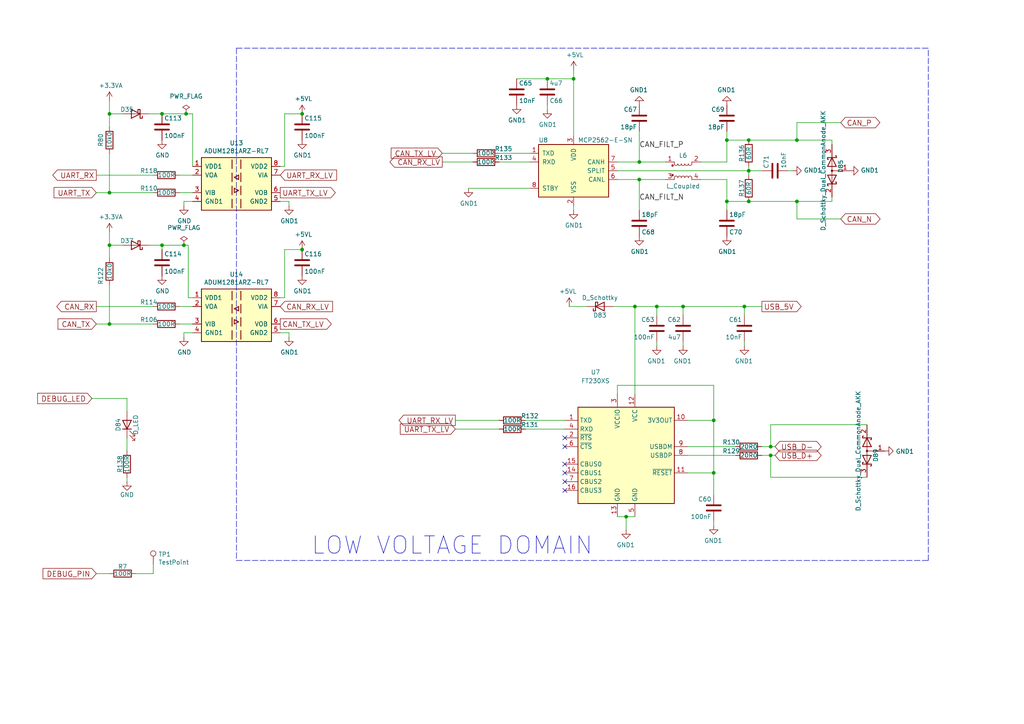
<source format=kicad_sch>
(kicad_sch (version 20211123) (generator eeschema)
  (paper "A4")
  (lib_symbols
    (symbol "Connector:TestPoint" (pin_numbers hide) (pin_names (offset 0.762) hide)
      (property "Reference" "TP" (at 0 6.858 0))
      (property "Value" "TestPoint" (at 0 5.08 0))
      (symbol "TestPoint_0_1"
        (circle (center 0 3.302) (radius 0.762))
      )
      (symbol "TestPoint_1_1"
        (pin passive line (at 0 0 90) (length 2.54) (name "1") (number "1"))
      )
    )
    (symbol "Device:C" (pin_numbers hide) (pin_names (offset 0.254))
      (property "Reference" "C" (at 0.635 2.54 0))
      (property "Value" "C" (at 0.635 -2.54 0))
      (symbol "C_0_1"
        (polyline (pts (xy -2.032 -0.762) (xy 2.032 -0.762)) (stroke (width 0.508)))
        (polyline (pts (xy -2.032 0.762) (xy 2.032 0.762)) (stroke (width 0.508)))
      )
      (symbol "C_1_1"
        (pin passive line (at 0 3.81 270) (length 2.794) (name "~") (number "1"))
        (pin passive line (at 0 -3.81 90) (length 2.794) (name "~") (number "2"))
      )
    )
    (symbol "Device:D_Schottky" (pin_numbers hide) (pin_names (offset 1.016) hide)
      (property "Reference" "D" (at 0 2.54 0))
      (property "Value" "D_Schottky" (at 0 -2.54 0))
      (symbol "D_Schottky_0_1"
        (polyline (pts (xy 1.27 0) (xy -1.27 0)))
        (polyline (pts (xy 1.27 1.27) (xy 1.27 -1.27) (xy -1.27 0) (xy 1.27 1.27)) (stroke (width 0.254)))
        (polyline (pts (xy -1.905 0.635) (xy -1.905 1.27) (xy -1.27 1.27) (xy -1.27 -1.27) (xy -0.635 -1.27) (xy -0.635 -0.635)) (stroke (width 0.254)))
      )
      (symbol "D_Schottky_1_1"
        (pin passive line (at -3.81 0 0) (length 2.54) (name "K") (number "1"))
        (pin passive line (at 3.81 0 180) (length 2.54) (name "A") (number "2"))
      )
    )
    (symbol "Device:D_Schottky_Dual_CommonAnode_AKK" (pin_names (offset 0.762) hide)
      (property "Reference" "D" (at 1.27 -2.54 0))
      (property "Value" "D_Schottky_Dual_CommonAnode_AKK" (at 0 2.54 0))
      (symbol "D_Schottky_Dual_CommonAnode_AKK_0_1"
        (polyline (pts (xy -3.556 0) (xy 3.81 0)))
        (polyline (pts (xy 0 0) (xy 0 -2.54)))
        (polyline (pts (xy -3.81 1.27) (xy -3.81 -1.27) (xy -3.81 -1.27)) (stroke (width 0.254)))
        (polyline (pts (xy 3.81 1.27) (xy 3.81 -1.27) (xy 3.81 -1.27)) (stroke (width 0.254)))
        (polyline (pts (xy -3.81 1.27) (xy -4.318 1.27) (xy -4.318 1.016) (xy -4.318 1.016)) (stroke (width 0.254)))
        (polyline (pts (xy 3.81 -1.27) (xy 4.318 -1.27) (xy 4.318 -1.016) (xy 4.318 -1.016)) (stroke (width 0.254)))
        (polyline (pts (xy 3.81 1.27) (xy 3.302 1.27) (xy 3.302 1.016) (xy 3.302 1.016)) (stroke (width 0.254)))
        (polyline (pts (xy -3.302 -1.016) (xy -3.302 -1.27) (xy -3.81 -1.27) (xy -3.81 -1.27) (xy -3.81 -1.27)) (stroke (width 0.254)))
        (polyline (pts (xy -1.27 -1.27) (xy -3.81 0) (xy -1.27 1.27) (xy -1.27 -1.27) (xy -1.27 -1.27) (xy -1.27 -1.27)) (stroke (width 0.254)))
        (polyline (pts (xy 1.27 1.27) (xy 3.81 0) (xy 1.27 -1.27) (xy 1.27 1.27) (xy 1.27 1.27) (xy 1.27 1.27)) (stroke (width 0.254)))
        (circle (center 0 0) (radius 0.254) (fill (type outline)))
        (pin passive line (at 0 -5.08 90) (length 2.54) (name "A") (number "1"))
        (pin passive line (at -7.62 0 0) (length 3.81) (name "K") (number "2"))
        (pin passive line (at 7.62 0 180) (length 3.81) (name "K") (number "3"))
      )
    )
    (symbol "Device:LED" (pin_numbers hide) (pin_names (offset 1.016) hide)
      (property "Reference" "D" (at 0 2.54 0))
      (property "Value" "LED" (at 0 -2.54 0))
      (symbol "LED_0_1"
        (polyline (pts (xy -1.27 -1.27) (xy -1.27 1.27)) (stroke (width 0.254)))
        (polyline (pts (xy -1.27 0) (xy 1.27 0)))
        (polyline (pts (xy 1.27 -1.27) (xy 1.27 1.27) (xy -1.27 0) (xy 1.27 -1.27)) (stroke (width 0.254)))
        (polyline (pts (xy -3.048 -0.762) (xy -4.572 -2.286) (xy -3.81 -2.286) (xy -4.572 -2.286) (xy -4.572 -1.524)))
        (polyline (pts (xy -1.778 -0.762) (xy -3.302 -2.286) (xy -2.54 -2.286) (xy -3.302 -2.286) (xy -3.302 -1.524)))
      )
      (symbol "LED_1_1"
        (pin passive line (at -3.81 0 0) (length 2.54) (name "K") (number "1"))
        (pin passive line (at 3.81 0 180) (length 2.54) (name "A") (number "2"))
      )
    )
    (symbol "Device:L_Coupled" (pin_names (offset 0.254) hide)
      (property "Reference" "L" (at 0 4.445 0))
      (property "Value" "L_Coupled" (at 0 -4.445 0))
      (symbol "L_Coupled_0_1"
        (circle (center -3.048 -1.27) (radius 0.254) (fill (type outline)))
        (circle (center -3.048 1.524) (radius 0.254) (fill (type outline)))
        (arc (start -2.54 2.032) (mid -2.032 1.524) (end -1.524 2.032))
        (arc (start -1.524 -2.032) (mid -2.032 -1.524) (end -2.54 -2.032))
        (arc (start -1.524 2.032) (mid -1.016 1.524) (end -0.508 2.032))
        (arc (start -0.508 -2.032) (mid -1.016 -1.524) (end -1.524 -2.032))
        (arc (start -0.508 2.032) (mid 0 1.524) (end 0.508 2.032))
        (polyline (pts (xy -2.54 -2.032) (xy -2.54 -2.54)))
        (polyline (pts (xy -2.54 2.032) (xy -2.54 2.54)))
        (polyline (pts (xy 2.54 -2.032) (xy 2.54 -2.54)))
        (polyline (pts (xy 2.54 2.54) (xy 2.54 2.032)))
        (arc (start 0.508 -2.032) (mid 0 -1.524) (end -0.508 -2.032))
        (arc (start 0.508 2.032) (mid 1.016 1.524) (end 1.524 2.032))
        (arc (start 1.524 -2.032) (mid 1.016 -1.524) (end 0.508 -2.032))
        (arc (start 1.524 2.032) (mid 2.032 1.524) (end 2.54 2.032))
        (arc (start 2.54 -2.032) (mid 2.032 -1.524) (end 1.524 -2.032))
      )
      (symbol "L_Coupled_1_1"
        (pin passive line (at -5.08 2.54 0) (length 2.54) (name "1") (number "1"))
        (pin passive line (at 5.08 2.54 180) (length 2.54) (name "2") (number "2"))
        (pin passive line (at -5.08 -2.54 0) (length 2.54) (name "3") (number "3"))
        (pin passive line (at 5.08 -2.54 180) (length 2.54) (name "4") (number "4"))
      )
    )
    (symbol "Device:R" (pin_numbers hide) (pin_names (offset 0))
      (property "Reference" "R" (at 2.032 0 90))
      (property "Value" "R" (at 0 0 90))
      (symbol "R_0_1"
        (rectangle (start -1.016 -2.54) (end 1.016 2.54) (stroke (width 0.254)))
      )
      (symbol "R_1_1"
        (pin passive line (at 0 3.81 270) (length 1.27) (name "~") (number "1"))
        (pin passive line (at 0 -3.81 90) (length 1.27) (name "~") (number "2"))
      )
    )
    (symbol "Interface_CAN_LIN:MCP2561-E-SN" (pin_names (offset 1.016))
      (property "Reference" "U" (at -10.16 8.89 0))
      (property "Value" "MCP2561-E-SN" (at 2.54 8.89 0))
      (symbol "MCP2561-E-SN_0_1"
        (rectangle (start -10.16 7.62) (end 10.16 -7.62) (stroke (width 0.254)) (fill (type background)))
      )
      (symbol "MCP2561-E-SN_1_1"
        (pin input line (at -12.7 5.08 0) (length 2.54) (name "TXD") (number "1"))
        (pin power_in line (at 0 -10.16 90) (length 2.54) (name "VSS") (number "2"))
        (pin power_in line (at 0 10.16 270) (length 2.54) (name "VDD") (number "3"))
        (pin output line (at -12.7 2.54 0) (length 2.54) (name "RXD") (number "4"))
        (pin passive line (at 12.7 0 180) (length 2.54) (name "SPLIT") (number "5"))
        (pin bidirectional line (at 12.7 -2.54 180) (length 2.54) (name "CANL") (number "6"))
        (pin bidirectional line (at 12.7 2.54 180) (length 2.54) (name "CANH") (number "7"))
        (pin input line (at -12.7 -5.08 0) (length 2.54) (name "STBY") (number "8"))
      )
    )
    (symbol "Interface_USB:FT230XS"
      (property "Reference" "U" (at -13.97 15.24 0))
      (property "Value" "FT230XS" (at 7.62 15.24 0))
      (symbol "FT230XS_0_1"
        (rectangle (start -13.97 13.97) (end 13.97 -13.97) (stroke (width 0.254)) (fill (type background)))
      )
      (symbol "FT230XS_1_1"
        (pin output line (at 17.78 10.16 180) (length 3.81) (name "TXD") (number "1"))
        (pin power_out line (at -17.78 10.16 0) (length 3.81) (name "3V3OUT") (number "10"))
        (pin input line (at -17.78 -5.08 0) (length 3.81) (name "~{RESET}") (number "11"))
        (pin power_in line (at -2.54 17.78 270) (length 3.81) (name "VCC") (number "12"))
        (pin power_in line (at 2.54 -17.78 90) (length 3.81) (name "GND") (number "13"))
        (pin bidirectional line (at 17.78 -5.08 180) (length 3.81) (name "CBUS1") (number "14"))
        (pin bidirectional line (at 17.78 -2.54 180) (length 3.81) (name "CBUS0") (number "15"))
        (pin bidirectional line (at 17.78 -10.16 180) (length 3.81) (name "CBUS3") (number "16"))
        (pin output line (at 17.78 5.08 180) (length 3.81) (name "~{RTS}") (number "2"))
        (pin power_in line (at 2.54 17.78 270) (length 3.81) (name "VCCIO") (number "3"))
        (pin input line (at 17.78 7.62 180) (length 3.81) (name "RXD") (number "4"))
        (pin power_in line (at -2.54 -17.78 90) (length 3.81) (name "GND") (number "5"))
        (pin input line (at 17.78 2.54 180) (length 3.81) (name "~{CTS}") (number "6"))
        (pin bidirectional line (at 17.78 -7.62 180) (length 3.81) (name "CBUS2") (number "7"))
        (pin bidirectional line (at -17.78 0 0) (length 3.81) (name "USBDP") (number "8"))
        (pin bidirectional line (at -17.78 2.54 0) (length 3.81) (name "USBDM") (number "9"))
      )
    )
    (symbol "Isolator:ADuM1201WS" (pin_names (offset 1.016))
      (property "Reference" "U" (at -10.16 8.89 0))
      (property "Value" "ADuM1201WS" (at -2.032 8.89 0))
      (symbol "ADuM1201WS_0_1"
        (rectangle (start -10.16 7.62) (end 10.16 -7.62) (stroke (width 0.254)) (fill (type background)))
        (polyline (pts (xy -1.27 -4.445) (xy -1.27 -6.985)) (stroke (width 0.254)))
        (polyline (pts (xy -1.27 -0.635) (xy -1.27 -3.175)) (stroke (width 0.254)))
        (polyline (pts (xy -1.27 3.175) (xy -1.27 0.635)) (stroke (width 0.254)))
        (polyline (pts (xy -1.27 6.985) (xy -1.27 4.445)) (stroke (width 0.254)))
        (polyline (pts (xy 1.27 -4.445) (xy 1.27 -6.985)) (stroke (width 0.254)))
        (polyline (pts (xy 1.27 -0.635) (xy 1.27 -3.175)) (stroke (width 0.254)))
        (polyline (pts (xy 1.27 3.175) (xy 1.27 0.635)) (stroke (width 0.254)))
        (polyline (pts (xy 1.27 6.985) (xy 1.27 4.445)) (stroke (width 0.254)))
        (polyline (pts (xy -0.635 -1.27) (xy -0.635 -2.54) (xy 0.635 -1.905) (xy -0.635 -1.27)) (stroke (width 0.254)))
        (polyline (pts (xy 0.635 2.54) (xy 0.635 1.27) (xy -0.635 1.905) (xy 0.635 2.54)) (stroke (width 0.254)))
      )
      (symbol "ADuM1201WS_1_1"
        (pin power_in line (at -12.7 5.08 0) (length 2.54) (name "VDD1") (number "1"))
        (pin output line (at -12.7 2.54 0) (length 2.54) (name "VOA") (number "2"))
        (pin input line (at -12.7 -2.54 0) (length 2.54) (name "VIB") (number "3"))
        (pin power_in line (at -12.7 -5.08 0) (length 2.54) (name "GND1") (number "4"))
        (pin power_in line (at 12.7 -5.08 180) (length 2.54) (name "GND2") (number "5"))
        (pin output line (at 12.7 -2.54 180) (length 2.54) (name "VOB") (number "6"))
        (pin input line (at 12.7 2.54 180) (length 2.54) (name "VIA") (number "7"))
        (pin power_in line (at 12.7 5.08 180) (length 2.54) (name "VDD2") (number "8"))
      )
    )
    (symbol "power:+3.3VA" (power) (pin_names (offset 0))
      (property "Value" "+3.3VA" (at 0 3.556 0))
      (symbol "+3.3VA_0_1"
        (polyline (pts (xy -0.762 1.27) (xy 0 2.54)))
        (polyline (pts (xy 0 0) (xy 0 2.54)))
        (polyline (pts (xy 0 2.54) (xy 0.762 1.27)))
      )
      (symbol "+3.3VA_1_1"
        (pin power_in line (at 0 0 90) (length 0) hide (name "+3.3VA") (number "1"))
      )
    )
    (symbol "power:+5VL" (power) (pin_names (offset 0))
      (property "Value" "+5VL" (at 0 3.556 0))
      (symbol "+5VL_0_1"
        (polyline (pts (xy -0.762 1.27) (xy 0 2.54)))
        (polyline (pts (xy 0 0) (xy 0 2.54)))
        (polyline (pts (xy 0 2.54) (xy 0.762 1.27)))
      )
      (symbol "+5VL_1_1"
        (pin power_in line (at 0 0 90) (length 0) hide (name "+5VL") (number "1"))
      )
    )
    (symbol "power:GND" (power) (pin_names (offset 0))
      (property "Value" "GND" (at 0 -3.81 0))
      (symbol "GND_0_1"
        (polyline (pts (xy 0 0) (xy 0 -1.27) (xy 1.27 -1.27) (xy 0 -2.54) (xy -1.27 -1.27) (xy 0 -1.27)))
      )
      (symbol "GND_1_1"
        (pin power_in line (at 0 0 270) (length 0) hide (name "GND") (number "1"))
      )
    )
    (symbol "power:GND1" (power) (pin_names (offset 0))
      (property "Value" "GND1" (at 0 -3.81 0))
      (symbol "GND1_0_1"
        (polyline (pts (xy 0 0) (xy 0 -1.27) (xy 1.27 -1.27) (xy 0 -2.54) (xy -1.27 -1.27) (xy 0 -1.27)))
      )
      (symbol "GND1_1_1"
        (pin power_in line (at 0 0 270) (length 0) hide (name "GND1") (number "1"))
      )
    )
    (symbol "power:PWR_FLAG" (power) (pin_numbers hide) (pin_names (offset 0) hide)
      (property "Value" "PWR_FLAG" (at 0 3.81 0))
      (symbol "PWR_FLAG_0_0"
        (pin power_out line (at 0 0 90) (length 0) (name "pwr") (number "1"))
      )
      (symbol "PWR_FLAG_0_1"
        (polyline (pts (xy 0 0) (xy 0 1.27) (xy -1.016 1.905) (xy 0 2.54) (xy 1.016 1.905) (xy 0 1.27)))
      )
    )
  )
  (junction (at 207.01 121.92))
  (junction (at 223.52 129.54))
  (junction (at 210.82 40.64))
  (junction (at 198.12 88.9))
  (junction (at 190.5 88.9))
  (junction (at 31.75 93.98))
  (junction (at 31.75 71.12))
  (junction (at 231.14 58.42))
  (junction (at 185.42 52.07))
  (junction (at 217.17 49.53))
  (junction (at 31.75 33.02))
  (junction (at 46.99 33.02))
  (junction (at 166.37 22.86))
  (junction (at 217.17 40.64))
  (junction (at 53.975 33.02))
  (junction (at 87.63 72.39))
  (junction (at 46.99 71.12))
  (junction (at 53.34 71.12))
  (junction (at 158.75 22.86))
  (junction (at 210.82 58.42))
  (junction (at 217.17 58.42))
  (junction (at 207.01 137.16))
  (junction (at 185.42 46.99))
  (junction (at 231.14 40.64))
  (junction (at 215.9 88.9))
  (junction (at 223.52 132.08))
  (junction (at 87.63 33.02))
  (junction (at 181.61 149.86))
  (junction (at 184.15 88.9))
  (junction (at 31.75 55.88))
  (no_connect (at 163.83 134.62))
  (no_connect (at 163.83 142.24))
  (no_connect (at 163.83 129.54))
  (no_connect (at 163.83 127))
  (no_connect (at 163.83 137.16))
  (no_connect (at 163.83 139.7))
  (wire (pts (xy 179.07 49.53) (xy 217.17 49.53)))
  (wire (pts (xy 87.63 72.39) (xy 82.55 72.39)))
  (wire (pts (xy 83.82 96.52) (xy 81.28 96.52)))
  (wire (pts (xy 215.9 100.33) (xy 215.9 99.06)))
  (wire (pts (xy 163.83 121.92) (xy 152.4 121.92)))
  (wire (pts (xy 31.75 71.12) (xy 31.75 74.93)))
  (wire (pts (xy 53.975 33.02) (xy 55.88 33.02)))
  (wire (pts (xy 137.16 46.99) (xy 128.27 46.99)))
  (wire (pts (xy 165.1 88.9) (xy 170.18 88.9)))
  (wire (pts (xy 217.17 48.26) (xy 217.17 49.53)))
  (wire (pts (xy 44.45 166.37) (xy 39.37 166.37)))
  (wire (pts (xy 153.67 44.45) (xy 144.78 44.45)))
  (wire (pts (xy 190.5 100.33) (xy 190.5 99.06)))
  (wire (pts (xy 185.42 52.07) (xy 185.42 60.96)))
  (wire (pts (xy 179.07 114.3) (xy 179.07 111.76)))
  (wire (pts (xy 144.78 46.99) (xy 153.67 46.99)))
  (wire (pts (xy 185.42 46.99) (xy 185.42 38.1)))
  (polyline (pts (xy 269.24 162.56) (xy 269.24 13.97)))
  (wire (pts (xy 53.34 58.42) (xy 55.88 58.42)))
  (wire (pts (xy 184.15 149.86) (xy 181.61 149.86)))
  (wire (pts (xy 215.9 91.44) (xy 215.9 88.9)))
  (wire (pts (xy 55.88 86.36) (xy 54.61 86.36)))
  (wire (pts (xy 53.34 59.69) (xy 53.34 58.42)))
  (wire (pts (xy 207.01 111.76) (xy 207.01 121.92)))
  (wire (pts (xy 220.98 49.53) (xy 217.17 49.53)))
  (wire (pts (xy 52.07 93.98) (xy 55.88 93.98)))
  (wire (pts (xy 210.82 46.99) (xy 203.2 46.99)))
  (wire (pts (xy 52.07 50.8) (xy 55.88 50.8)))
  (wire (pts (xy 31.75 44.45) (xy 31.75 55.88)))
  (wire (pts (xy 53.34 96.52) (xy 55.88 96.52)))
  (wire (pts (xy 166.37 22.86) (xy 166.37 39.37)))
  (wire (pts (xy 224.79 132.08) (xy 223.52 132.08)))
  (wire (pts (xy 128.27 44.45) (xy 137.16 44.45)))
  (wire (pts (xy 43.18 33.02) (xy 46.99 33.02)))
  (wire (pts (xy 231.14 40.64) (xy 241.3 40.64)))
  (wire (pts (xy 241.3 40.64) (xy 241.3 41.91)))
  (wire (pts (xy 31.75 33.02) (xy 31.75 36.83)))
  (wire (pts (xy 223.52 132.08) (xy 220.98 132.08)))
  (wire (pts (xy 198.12 91.44) (xy 198.12 88.9)))
  (wire (pts (xy 207.01 137.16) (xy 207.01 143.51)))
  (wire (pts (xy 223.52 129.54) (xy 224.79 129.54)))
  (wire (pts (xy 31.75 55.88) (xy 27.94 55.88)))
  (wire (pts (xy 179.07 149.86) (xy 181.61 149.86)))
  (wire (pts (xy 210.82 38.1) (xy 210.82 40.64)))
  (wire (pts (xy 55.88 55.88) (xy 52.07 55.88)))
  (wire (pts (xy 166.37 60.96) (xy 166.37 59.69)))
  (wire (pts (xy 53.34 71.12) (xy 54.61 71.12)))
  (wire (pts (xy 36.83 119.38) (xy 36.83 115.57)))
  (wire (pts (xy 231.14 58.42) (xy 241.3 58.42)))
  (wire (pts (xy 203.2 52.07) (xy 210.82 52.07)))
  (wire (pts (xy 223.52 138.43) (xy 223.52 132.08)))
  (wire (pts (xy 87.63 33.02) (xy 82.55 33.02)))
  (wire (pts (xy 207.01 121.92) (xy 199.39 121.92)))
  (wire (pts (xy 198.12 88.9) (xy 190.5 88.9)))
  (wire (pts (xy 54.61 86.36) (xy 54.61 71.12)))
  (polyline (pts (xy 68.58 13.97) (xy 269.24 13.97)))
  (wire (pts (xy 166.37 20.32) (xy 166.37 22.86)))
  (wire (pts (xy 44.45 88.9) (xy 27.94 88.9)))
  (wire (pts (xy 223.52 123.19) (xy 251.46 123.19)))
  (wire (pts (xy 231.14 63.5) (xy 231.14 58.42)))
  (wire (pts (xy 31.75 82.55) (xy 31.75 93.98)))
  (wire (pts (xy 217.17 58.42) (xy 231.14 58.42)))
  (wire (pts (xy 243.84 35.56) (xy 231.14 35.56)))
  (wire (pts (xy 53.34 97.79) (xy 53.34 96.52)))
  (wire (pts (xy 153.67 54.61) (xy 135.89 54.61)))
  (wire (pts (xy 36.83 115.57) (xy 26.67 115.57)))
  (wire (pts (xy 210.82 40.64) (xy 217.17 40.64)))
  (wire (pts (xy 158.75 22.86) (xy 166.37 22.86)))
  (wire (pts (xy 43.18 71.12) (xy 46.99 71.12)))
  (wire (pts (xy 217.17 49.53) (xy 217.17 50.8)))
  (wire (pts (xy 210.82 58.42) (xy 217.17 58.42)))
  (wire (pts (xy 149.86 22.86) (xy 158.75 22.86)))
  (wire (pts (xy 83.82 58.42) (xy 81.28 58.42)))
  (wire (pts (xy 44.45 93.98) (xy 31.75 93.98)))
  (wire (pts (xy 198.12 100.33) (xy 198.12 99.06)))
  (wire (pts (xy 31.75 67.31) (xy 31.75 71.12)))
  (wire (pts (xy 229.87 49.53) (xy 228.6 49.53)))
  (wire (pts (xy 55.88 88.9) (xy 52.07 88.9)))
  (wire (pts (xy 213.36 132.08) (xy 199.39 132.08)))
  (wire (pts (xy 36.83 130.81) (xy 36.83 127)))
  (wire (pts (xy 223.52 129.54) (xy 223.52 123.19)))
  (wire (pts (xy 83.82 97.79) (xy 83.82 96.52)))
  (wire (pts (xy 82.55 33.02) (xy 82.55 48.26)))
  (wire (pts (xy 185.42 52.07) (xy 193.04 52.07)))
  (wire (pts (xy 199.39 129.54) (xy 213.36 129.54)))
  (wire (pts (xy 35.56 71.12) (xy 31.75 71.12)))
  (wire (pts (xy 215.9 88.9) (xy 198.12 88.9)))
  (wire (pts (xy 190.5 91.44) (xy 190.5 88.9)))
  (wire (pts (xy 46.99 71.12) (xy 53.34 71.12)))
  (wire (pts (xy 132.08 121.92) (xy 144.78 121.92)))
  (wire (pts (xy 207.01 137.16) (xy 199.39 137.16)))
  (wire (pts (xy 36.83 139.7) (xy 36.83 138.43)))
  (wire (pts (xy 82.55 48.26) (xy 81.28 48.26)))
  (wire (pts (xy 31.75 93.98) (xy 27.94 93.98)))
  (wire (pts (xy 190.5 88.9) (xy 184.15 88.9)))
  (wire (pts (xy 82.55 86.36) (xy 81.28 86.36)))
  (wire (pts (xy 83.82 59.69) (xy 83.82 58.42)))
  (wire (pts (xy 82.55 72.39) (xy 82.55 86.36)))
  (wire (pts (xy 210.82 40.64) (xy 210.82 46.99)))
  (wire (pts (xy 27.94 50.8) (xy 44.45 50.8)))
  (wire (pts (xy 158.75 31.75) (xy 158.75 30.48)))
  (wire (pts (xy 31.75 29.21) (xy 31.75 33.02)))
  (wire (pts (xy 46.99 71.12) (xy 46.99 72.39)))
  (wire (pts (xy 152.4 124.46) (xy 163.83 124.46)))
  (wire (pts (xy 31.75 166.37) (xy 27.94 166.37)))
  (polyline (pts (xy 68.58 162.56) (xy 269.24 162.56)))
  (wire (pts (xy 144.78 124.46) (xy 132.08 124.46)))
  (wire (pts (xy 243.84 63.5) (xy 231.14 63.5)))
  (wire (pts (xy 179.07 46.99) (xy 185.42 46.99)))
  (wire (pts (xy 207.01 152.4) (xy 207.01 151.13)))
  (wire (pts (xy 241.3 58.42) (xy 241.3 57.15)))
  (wire (pts (xy 220.98 88.9) (xy 215.9 88.9)))
  (wire (pts (xy 44.45 163.83) (xy 44.45 166.37)))
  (wire (pts (xy 207.01 121.92) (xy 207.01 137.16)))
  (wire (pts (xy 46.99 33.02) (xy 53.975 33.02)))
  (wire (pts (xy 185.42 46.99) (xy 193.04 46.99)))
  (wire (pts (xy 207.01 111.76) (xy 179.07 111.76)))
  (polyline (pts (xy 68.58 13.97) (xy 68.58 162.56)))
  (wire (pts (xy 44.45 55.88) (xy 31.75 55.88)))
  (wire (pts (xy 184.15 88.9) (xy 177.8 88.9)))
  (wire (pts (xy 35.56 33.02) (xy 31.75 33.02)))
  (wire (pts (xy 179.07 52.07) (xy 185.42 52.07)))
  (wire (pts (xy 217.17 40.64) (xy 231.14 40.64)))
  (wire (pts (xy 231.14 35.56) (xy 231.14 40.64)))
  (wire (pts (xy 251.46 138.43) (xy 223.52 138.43)))
  (wire (pts (xy 210.82 58.42) (xy 210.82 60.96)))
  (wire (pts (xy 220.98 129.54) (xy 223.52 129.54)))
  (wire (pts (xy 181.61 149.86) (xy 181.61 153.67)))
  (wire (pts (xy 184.15 88.9) (xy 184.15 114.3)))
  (wire (pts (xy 55.88 33.02) (xy 55.88 48.26)))
  (wire (pts (xy 210.82 52.07) (xy 210.82 58.42)))
  (text "LOW VOLTAGE DOMAIN" (at 90.17 161.29 0) (effects (font (size 5.0038 5.0038)) (justify left bottom)))
  (label "CAN_FILT_P" (at 185.42 43.18 0) (effects (font (size 1.524 1.524))))
  (label "CAN_FILT_N" (at 185.42 58.42 0) (effects (font (size 1.524 1.524))))
  (global_label "USB_D-" (shape bidirectional) (at 224.79 129.54 0) (effects (font (size 1.524 1.524))) (property "Intersheet References" "${INTERSHEET_REFS}" (effects hide)))
  (global_label "CAN_N" (shape bidirectional) (at 243.84 63.5 0) (effects (font (size 1.524 1.524))) (property "Intersheet References" "${INTERSHEET_REFS}" (effects hide)))
  (global_label "DEBUG_PIN" (shape input) (at 27.94 166.37 180) (effects (font (size 1.524 1.524))) (property "Intersheet References" "${INTERSHEET_REFS}" (effects hide)))
  (global_label "UART_TX_LV" (shape output) (at 81.28 55.88 0) (effects (font (size 1.524 1.524))) (property "Intersheet References" "${INTERSHEET_REFS}" (effects hide)))
  (global_label "DEBUG_LED" (shape input) (at 26.67 115.57 180) (effects (font (size 1.524 1.524))) (property "Intersheet References" "${INTERSHEET_REFS}" (effects hide)))
  (global_label "CAN_RX_LV" (shape output) (at 128.27 46.99 180) (effects (font (size 1.524 1.524))) (property "Intersheet References" "${INTERSHEET_REFS}" (effects hide)))
  (global_label "USB_D+" (shape bidirectional) (at 224.79 132.08 0) (effects (font (size 1.524 1.524))) (property "Intersheet References" "${INTERSHEET_REFS}" (effects hide)))
  (global_label "USB_5V" (shape output) (at 220.98 88.9 0) (effects (font (size 1.524 1.524))) (property "Intersheet References" "${INTERSHEET_REFS}" (effects hide)))
  (global_label "CAN_TX_LV" (shape output) (at 81.28 93.98 0) (effects (font (size 1.524 1.524))) (property "Intersheet References" "${INTERSHEET_REFS}" (effects hide)))
  (global_label "UART_RX" (shape output) (at 27.94 50.8 180) (effects (font (size 1.524 1.524))) (property "Intersheet References" "${INTERSHEET_REFS}" (effects hide)))
  (global_label "CAN_RX" (shape output) (at 27.94 88.9 180) (effects (font (size 1.524 1.524))) (property "Intersheet References" "${INTERSHEET_REFS}" (effects hide)))
  (global_label "UART_TX" (shape input) (at 27.94 55.88 180) (effects (font (size 1.524 1.524))) (property "Intersheet References" "${INTERSHEET_REFS}" (effects hide)))
  (global_label "UART_RX_LV" (shape input) (at 81.28 50.8 0) (effects (font (size 1.524 1.524))) (property "Intersheet References" "${INTERSHEET_REFS}" (effects hide)))
  (global_label "CAN_P" (shape bidirectional) (at 243.84 35.56 0) (effects (font (size 1.524 1.524))) (property "Intersheet References" "${INTERSHEET_REFS}" (effects hide)))
  (global_label "CAN_TX" (shape input) (at 27.94 93.98 180) (effects (font (size 1.524 1.524))) (property "Intersheet References" "${INTERSHEET_REFS}" (effects hide)))
  (global_label "CAN_RX_LV" (shape input) (at 81.28 88.9 0) (effects (font (size 1.524 1.524))) (property "Intersheet References" "${INTERSHEET_REFS}" (effects hide)))
  (global_label "CAN_TX_LV" (shape input) (at 128.27 44.45 180) (effects (font (size 1.524 1.524))) (property "Intersheet References" "${INTERSHEET_REFS}" (effects hide)))
  (global_label "UART_RX_LV" (shape output) (at 132.08 121.92 180) (effects (font (size 1.524 1.524))) (property "Intersheet References" "${INTERSHEET_REFS}" (effects hide)))
  (global_label "UART_TX_LV" (shape input) (at 132.08 124.46 180) (effects (font (size 1.524 1.524))) (property "Intersheet References" "${INTERSHEET_REFS}" (effects hide)))
  (symbol (lib_id "Device:R") (at 140.97 44.45 270) (unit 1)
    (property "Reference" "R135" (at 146.05 43.18 90))
    (property "Value" "100R" (at 140.97 44.45 90))
    (property "Footprint" "Resistor_SMD:R_0603_1608Metric" (effects hide))
    (property "MPN" "AC0603FR-07100RL" (effects hide))
    (property "populate" "y" (effects hide))
    (property "Part Number" "AC0603FR-07100RL" (effects hide))
    (property "Digikey_PN" "YAG3561CT-ND" (effects hide))
  )
  (symbol (lib_id "Device:R") (at 140.97 46.99 270) (unit 1)
    (property "Reference" "R133" (at 146.05 45.72 90))
    (property "Value" "100R" (at 140.97 46.99 90))
    (property "Footprint" "Resistor_SMD:R_0603_1608Metric" (effects hide))
    (property "MPN" "AC0603FR-07100RL" (effects hide))
    (property "populate" "y" (effects hide))
    (property "Part Number" "AC0603FR-07100RL" (effects hide))
    (property "Digikey_PN" "YAG3561CT-ND" (effects hide))
  )
  (symbol (lib_id "Device:R") (at 217.17 44.45 180) (unit 1)
    (property "Reference" "R136" (at 215.138 44.45 90))
    (property "Value" "60R" (at 217.17 44.45 90))
    (property "Footprint" "Resistor_SMD:R_2512_6332Metric" (effects hide))
    (property "Datasheet" "https://www.seielect.com/Catalog/SEI-RMCF_RMCP.pdf" (effects hide))
    (property "MPN" "RMCF2512JT62R0" (effects hide))
    (property "populate" "y" (effects hide))
    (property "Part Number" "RMCF2512JT62R0" (effects hide))
    (property "Digikey_PN" "RMCF2512JT62R0CT-ND" (effects hide))
  )
  (symbol (lib_id "Device:R") (at 217.17 54.61 180) (unit 1)
    (property "Reference" "R137" (at 215.138 54.61 90))
    (property "Value" "60R" (at 217.17 54.61 90))
    (property "Footprint" "Resistor_SMD:R_2512_6332Metric" (effects hide))
    (property "Datasheet" "https://www.seielect.com/Catalog/SEI-RMCF_RMCP.pdf" (effects hide))
    (property "MPN" "RMCF2512JT62R0" (effects hide))
    (property "populate" "y" (effects hide))
    (property "Part Number" "RMCF2512JT62R0" (effects hide))
    (property "Digikey_PN" "RMCF2512JT62R0CT-ND" (effects hide))
  )
  (symbol (lib_id "Device:C") (at 215.9 95.25 0) (mirror y) (unit 1)
    (property "Reference" "C61" (at 215.265 92.71 0) (effects (justify left)))
    (property "Value" "10nF" (at 215.265 97.79 0) (effects (justify left)))
    (property "Footprint" "Capacitor_SMD:C_0603_1608Metric" (effects hide))
    (property "MPN" "GCM188R72A103KA37D" (effects hide))
    (property "populate" "y" (effects hide))
    (property "Part Number" "GCM188R72A103KA37D" (effects hide))
    (property "Digikey_PN" "490-4781-1-ND" (effects hide))
  )
  (symbol (lib_id "Device:C") (at 190.5 95.25 0) (mirror y) (unit 1)
    (property "Reference" "C63" (at 189.865 92.71 0) (effects (justify left)))
    (property "Value" "100nF" (at 189.865 97.79 0) (effects (justify left)))
    (property "Footprint" "Capacitor_SMD:C_0603_1608Metric" (effects hide))
    (property "Datasheet" "http://psearch.en.murata.com/capacitor/product/GCM188R71H104KA57%23.pdf" (effects hide))
    (property "MPN" "GCM188R71H104KA57D" (effects hide))
    (property "populate" "y" (effects hide))
    (property "Part Number" "GCM188R71H104KA57D" (effects hide))
    (property "Digikey_PN" "490-4779-1-ND" (effects hide))
  )
  (symbol (lib_id "Device:C") (at 198.12 95.25 0) (mirror y) (unit 1)
    (property "Reference" "C62" (at 197.485 92.71 0) (effects (justify left)))
    (property "Value" "4u7" (at 197.485 97.79 0) (effects (justify left)))
    (property "Footprint" "Capacitor_SMD:C_1206_3216Metric" (effects hide))
    (property "Datasheet" "https://product.tdk.com/info/en/catalog/datasheets/mlcc_automotive_soft_en.pdf" (effects hide))
    (property "MPN" "CGA5L3X7R1H475K160AE" (effects hide))
    (property "populate" "y" (effects hide))
    (property "Part Number" "CGA5L3X7R1H475K160AE" (effects hide))
    (property "Digikey_PN" "445-172481-1-ND" (effects hide))
  )
  (symbol (lib_id "Device:D_Schottky") (at 173.99 88.9 0) (mirror x) (unit 1)
    (property "Reference" "D83" (at 173.99 91.44 0))
    (property "Value" "D_Schottky" (at 173.99 86.36 0))
    (property "Footprint" "Diode_SMD:D_SMA" (effects hide))
    (property "Datasheet" "https://www.st.com/content/ccc/resource/technical/document/datasheet/c8/2f/54/15/4c/14/44/bb/CD00003321.pdf/files/CD00003321.pdf/jcr:content/translations/en.CD00003321.pdf" (effects hide))
    (property "MPN" "STPS1150A" (effects hide))
    (property "populate" "y" (effects hide))
    (property "Part Number" "STPS1150A" (effects hide))
    (property "Digikey_PN" "497-7545-1-ND" (effects hide))
  )
  (symbol (lib_id "Device:C") (at 149.86 26.67 0) (unit 1)
    (property "Reference" "C65" (at 150.495 24.13 0) (effects (justify left)))
    (property "Value" "10nF" (at 150.495 29.21 0) (effects (justify left)))
    (property "Footprint" "Capacitor_SMD:C_0603_1608Metric" (effects hide))
    (property "MPN" "GCM188R72A103KA37D" (effects hide))
    (property "populate" "y" (effects hide))
    (property "Part Number" "GCM188R72A103KA37D" (effects hide))
    (property "Digikey_PN" "490-4781-1-ND" (effects hide))
  )
  (symbol (lib_id "Device:C") (at 207.01 147.32 0) (mirror y) (unit 1)
    (property "Reference" "C60" (at 206.375 144.78 0) (effects (justify left)))
    (property "Value" "100nF" (at 206.375 149.86 0) (effects (justify left)))
    (property "Footprint" "Capacitor_SMD:C_0603_1608Metric" (effects hide))
    (property "Datasheet" "http://psearch.en.murata.com/capacitor/product/GCM188R71H104KA57%23.pdf" (effects hide))
    (property "MPN" "GCM188R71H104KA57D" (effects hide))
    (property "populate" "y" (effects hide))
    (property "Part Number" "GCM188R71H104KA57D" (effects hide))
    (property "Digikey_PN" "490-4779-1-ND" (effects hide))
  )
  (symbol (lib_id "Device:LED") (at 36.83 123.19 90) (unit 1)
    (property "Reference" "D84" (at 34.29 123.19 0))
    (property "Value" "D_LED" (at 39.37 123.19 0))
    (property "Footprint" "Diode_SMD:D_0603_1608Metric" (effects hide))
    (property "Datasheet" "http://optoelectronics.liteon.com/upload/download/DS22-2000-223/LTST-C191KRKT.PDF" (effects hide))
    (property "MPN" "LTST-C191KRKT" (effects hide))
    (property "populate" "y" (effects hide))
    (property "Part Number" "LTST-C191KRKT" (effects hide))
    (property "Digikey_PN" "160-1447-1-ND" (effects hide))
  )
  (symbol (lib_id "Device:R") (at 36.83 134.62 180) (unit 1)
    (property "Reference" "R138" (at 34.798 134.62 90))
    (property "Value" "100R" (at 36.83 134.62 90))
    (property "Footprint" "Resistor_SMD:R_0603_1608Metric" (effects hide))
    (property "MPN" "AC0603FR-07100RL" (effects hide))
    (property "populate" "y" (effects hide))
    (property "Part Number" "AC0603FR-07100RL" (effects hide))
    (property "Digikey_PN" "YAG3561CT-ND" (effects hide))
  )
  (symbol (lib_id "power:GND") (at 36.83 139.7 0) (unit 1)
    (property "Reference" "#PWR058" (effects hide))
    (property "Value" "GND" (at 36.83 143.51 0))
  )
  (symbol (lib_id "Device:C") (at 224.79 49.53 90) (unit 1)
    (property "Reference" "C71" (at 222.25 48.895 0) (effects (justify left)))
    (property "Value" "10nF" (at 227.33 48.895 0) (effects (justify left)))
    (property "Footprint" "Capacitor_SMD:C_0603_1608Metric" (effects hide))
    (property "MPN" "GCM188R72A103KA37D" (effects hide))
    (property "populate" "y" (effects hide))
    (property "Part Number" "GCM188R72A103KA37D" (effects hide))
    (property "Digikey_PN" "490-4781-1-ND" (effects hide))
  )
  (symbol (lib_id "Device:R") (at 217.17 129.54 270) (mirror x) (unit 1)
    (property "Reference" "R130" (at 212.09 128.27 90))
    (property "Value" "20R0" (at 217.17 129.54 90))
    (property "Footprint" "Resistor_SMD:R_0603_1608Metric" (effects hide))
    (property "Datasheet" "https://www.seielect.com/catalog/sei-rmcf_rmcp.pdf" (effects hide))
    (property "MPN" "RMCF0603FT20R0" (effects hide))
    (property "populate" "y" (effects hide))
    (property "Part Number" "RMCF0603FT20R0" (effects hide))
    (property "Digikey_PN" "RMCF0603FT20R0CT-ND" (effects hide))
  )
  (symbol (lib_id "Device:R") (at 217.17 132.08 270) (mirror x) (unit 1)
    (property "Reference" "R129" (at 212.09 130.81 90))
    (property "Value" "20R0" (at 217.17 132.08 90))
    (property "Footprint" "Resistor_SMD:R_0603_1608Metric" (effects hide))
    (property "Datasheet" "https://www.seielect.com/catalog/sei-rmcf_rmcp.pdf" (effects hide))
    (property "MPN" "RMCF0603FT20R0" (effects hide))
    (property "populate" "y" (effects hide))
    (property "Part Number" "RMCF0603FT20R0" (effects hide))
    (property "Digikey_PN" "RMCF0603FT20R0CT-ND" (effects hide))
  )
  (symbol (lib_id "Device:L_Coupled") (at 198.12 49.53 0) (unit 1)
    (property "Reference" "L6" (at 198.12 45.085 0))
    (property "Value" "L_Coupled" (at 198.12 53.975 0))
    (property "Footprint" "Footprints:ACT45B" (effects hide))
    (property "Datasheet" "https://en.tdk.eu/inf/30/ds/act45b.pdf" (effects hide))
    (property "MPN" "B82787C0513H002" (effects hide))
    (property "populate" "y" (effects hide))
    (property "Part Number" "B82787C0513H002" (effects hide))
    (property "Digikey_PN" "495-4597-1-ND" (effects hide))
  )
  (symbol (lib_id "Device:C") (at 210.82 34.29 0) (mirror y) (unit 1)
    (property "Reference" "C69" (at 210.185 31.75 0) (effects (justify left)))
    (property "Value" "18pF" (at 210.185 36.83 0) (effects (justify left)))
    (property "Footprint" "Capacitor_SMD:C_0603_1608Metric" (effects hide))
    (property "Datasheet" "https://product.tdk.com/info/en/documents/chara_sheet/CGA3E2C0G1H180J080AA.pdf" (effects hide))
    (property "MPN" "CGA3E2C0G1H180J080AA" (effects hide))
    (property "populate" "y" (effects hide))
    (property "Part Number" "CGA3E2C0G1H180J080AA" (effects hide))
    (property "Digikey_PN" "445-5631-1-ND" (effects hide))
  )
  (symbol (lib_id "Device:C") (at 210.82 64.77 0) (mirror x) (unit 1)
    (property "Reference" "C70" (at 211.455 67.31 0) (effects (justify left)))
    (property "Value" "18pF" (at 211.455 62.23 0) (effects (justify left)))
    (property "Footprint" "Capacitor_SMD:C_0603_1608Metric" (effects hide))
    (property "Datasheet" "https://product.tdk.com/info/en/documents/chara_sheet/CGA3E2C0G1H180J080AA.pdf" (effects hide))
    (property "MPN" "CGA3E2C0G1H180J080AA" (effects hide))
    (property "populate" "y" (effects hide))
    (property "Part Number" "CGA3E2C0G1H180J080AA" (effects hide))
    (property "Digikey_PN" "445-5631-1-ND" (effects hide))
  )
  (symbol (lib_id "Device:C") (at 185.42 64.77 0) (mirror x) (unit 1)
    (property "Reference" "C68" (at 186.055 67.31 0) (effects (justify left)))
    (property "Value" "18pF" (at 186.055 62.23 0) (effects (justify left)))
    (property "Footprint" "Capacitor_SMD:C_0603_1608Metric" (effects hide))
    (property "Datasheet" "https://product.tdk.com/info/en/documents/chara_sheet/CGA3E2C0G1H180J080AA.pdf" (effects hide))
    (property "MPN" "CGA3E2C0G1H180J080AA" (effects hide))
    (property "populate" "y" (effects hide))
    (property "Part Number" "CGA3E2C0G1H180J080AA" (effects hide))
    (property "Digikey_PN" "445-5631-1-ND" (effects hide))
  )
  (symbol (lib_id "Device:C") (at 185.42 34.29 0) (mirror y) (unit 1)
    (property "Reference" "C67" (at 184.785 31.75 0) (effects (justify left)))
    (property "Value" "18pF" (at 184.785 36.83 0) (effects (justify left)))
    (property "Footprint" "Capacitor_SMD:C_0603_1608Metric" (effects hide))
    (property "Datasheet" "https://product.tdk.com/info/en/documents/chara_sheet/CGA3E2C0G1H180J080AA.pdf" (effects hide))
    (property "MPN" "CGA3E2C0G1H180J080AA" (effects hide))
    (property "populate" "y" (effects hide))
    (property "Part Number" "CGA3E2C0G1H180J080AA" (effects hide))
    (property "Digikey_PN" "445-5631-1-ND" (effects hide))
  )
  (symbol (lib_id "Device:D_Schottky_Dual_CommonAnode_AKK") (at 241.3 49.53 90) (unit 1)
    (property "Reference" "D85" (at 243.84 48.26 0))
    (property "Value" "D_Schottky_Dual_CommonAnode_AKK" (at 238.76 49.53 0))
    (property "Footprint" "Footprints:D_SOT-23_ANK" (effects hide))
    (property "Datasheet" "https://media.digikey.com/pdf/Data%20Sheets/ST%20Microelectronics%20PDFS/ESDCAN(01,24)-2BLY,.pdf" (effects hide))
    (property "MPN" "ESDCAN24-2BLY" (effects hide))
    (property "Part Number" "ESDCAN24-2BLY" (effects hide))
    (property "Digikey_PN" "1727-5397-1-ND" (effects hide))
  )
  (symbol (lib_id "Device:R") (at 148.59 121.92 90) (mirror x) (unit 1)
    (property "Reference" "R132" (at 153.67 120.65 90))
    (property "Value" "100R" (at 148.59 121.92 90))
    (property "Footprint" "Resistor_SMD:R_0603_1608Metric" (effects hide))
    (property "MPN" "AC0603FR-07100RL" (effects hide))
    (property "populate" "y" (effects hide))
    (property "Part Number" "AC0603FR-07100RL" (effects hide))
    (property "Digikey_PN" "YAG3561CT-ND" (effects hide))
  )
  (symbol (lib_id "Device:R") (at 148.59 124.46 90) (mirror x) (unit 1)
    (property "Reference" "R131" (at 153.67 123.19 90))
    (property "Value" "100R" (at 148.59 124.46 90))
    (property "Footprint" "Resistor_SMD:R_0603_1608Metric" (effects hide))
    (property "MPN" "AC0603FR-07100RL" (effects hide))
    (property "populate" "y" (effects hide))
    (property "Part Number" "AC0603FR-07100RL" (effects hide))
    (property "Digikey_PN" "YAG3561CT-ND" (effects hide))
  )
  (symbol (lib_id "Device:D_Schottky_Dual_CommonAnode_AKK") (at 251.46 130.81 90) (mirror x) (unit 1)
    (property "Reference" "D89" (at 254 132.08 0))
    (property "Value" "D_Schottky_Dual_CommonAnode_AKK" (at 248.92 130.81 0))
    (property "Footprint" "Footprints:D_SOT-23_ANK" (effects hide))
    (property "Datasheet" "https://media.digikey.com/pdf/Data%20Sheets/ST%20Microelectronics%20PDFS/ESDCAN(01,24)-2BLY,.pdf" (effects hide))
    (property "MPN" "ESDCAN24-2BLY" (effects hide))
    (property "Part Number" "ESDCAN24-2BLY" (effects hide))
    (property "Digikey_PN" "1727-5397-1-ND" (effects hide))
  )
  (symbol (lib_id "Interface_CAN_LIN:MCP2561-E-SN") (at 166.37 49.53 0) (unit 1)
    (property "Reference" "U8" (at 156.21 40.64 0) (effects (justify left)))
    (property "Value" "MCP2562-E-SN" (at 167.64 40.64 0) (effects (justify left)))
    (property "Footprint" "Package_SO:SOIC-8_3.9x4.9mm_P1.27mm" (effects hide))
    (property "Datasheet" "http://ww1.microchip.com/downloads/en/DeviceDoc/25167A.pdf" (effects hide))
    (property "Part Number" "MCP2562-E-SN" (effects hide))
    (property "Digikey_PN" "296-SN65HVDA1040BQDRQ1CT-ND" (effects hide))
  )
  (symbol (lib_id "Connector:TestPoint") (at 44.45 163.83 0) (unit 1)
    (property "Reference" "TP1" (at 45.9232 160.782 0) (effects (justify left)))
    (property "Value" "TestPoint" (at 45.9232 163.0934 0) (effects (justify left)))
    (property "Footprint" "TestPoint:TestPoint_Pad_1.0x1.0mm" (effects hide))
  )
  (symbol (lib_id "Interface_USB:FT230XS") (at 181.61 132.08 0) (mirror y) (unit 1)
    (property "Reference" "U7" (at 172.72 107.95 0))
    (property "Value" "FT230XS" (at 172.72 110.49 0))
    (property "Footprint" "Package_SO:SSOP-16_3.9x4.9mm_P0.635mm" (effects hide))
    (property "Datasheet" "https://www.ftdichip.com/Support/Documents/DataSheets/ICs/DS_FT230X.pdf" (effects hide))
    (property "Part Number" "FT230XS" (effects hide))
  )
  (symbol (lib_id "Isolator:ADuM1201WS") (at 68.58 53.34 0) (unit 1)
    (property "Reference" "U13" (at 68.58 41.4782 0))
    (property "Value" "ADUM1281ARZ-RL7" (at 68.58 43.7896 0))
    (property "Footprint" "Package_SO:SOIC-8_3.9x4.9mm_P1.27mm" (effects hide))
    (property "Datasheet" "https://www.analog.com/media/en/technical-documentation/data-sheets/ADuM1280_1281_1285_1286.pdf" (effects hide))
    (property "Part Number" "ADUM1281ARZ-RL7" (effects hide))
    (property "Digikey_PN" "ADUM1281ARZ-RL7CT-ND" (effects hide))
  )
  (symbol (lib_id "Isolator:ADuM1201WS") (at 68.58 91.44 0) (unit 1)
    (property "Reference" "U14" (at 68.58 79.5782 0))
    (property "Value" "ADUM1281ARZ-RL7" (at 68.58 81.8896 0))
    (property "Footprint" "Package_SO:SOIC-8_3.9x4.9mm_P1.27mm" (effects hide))
    (property "Datasheet" "https://www.analog.com/media/en/technical-documentation/data-sheets/ADuM1280_1281_1285_1286.pdf" (effects hide))
    (property "Part Number" "ADUM1281ARZ-RL7" (effects hide))
    (property "Digikey_PN" "ADUM1281ARZ-RL7CT-ND" (effects hide))
  )
  (symbol (lib_id "power:GND1") (at 166.37 60.96 0) (unit 1)
    (property "Reference" "#PWR0167" (effects hide))
    (property "Value" "GND1" (at 166.497 65.3542 0))
  )
  (symbol (lib_id "power:GND1") (at 185.42 68.58 0) (unit 1)
    (property "Reference" "#PWR0168" (effects hide))
    (property "Value" "GND1" (at 185.547 72.9742 0))
  )
  (symbol (lib_id "power:GND1") (at 210.82 68.58 0) (unit 1)
    (property "Reference" "#PWR0169" (effects hide))
    (property "Value" "GND1" (at 210.947 72.9742 0))
  )
  (symbol (lib_id "power:GND1") (at 210.82 30.48 180) (unit 1)
    (property "Reference" "#PWR0170" (effects hide))
    (property "Value" "GND1" (at 210.693 26.0858 0))
  )
  (symbol (lib_id "power:GND1") (at 185.42 30.48 180) (unit 1)
    (property "Reference" "#PWR0171" (effects hide))
    (property "Value" "GND1" (at 185.293 26.0858 0))
  )
  (symbol (lib_id "power:GND1") (at 229.87 49.53 90) (unit 1)
    (property "Reference" "#PWR0172" (effects hide))
    (property "Value" "GND1" (at 233.1212 49.403 90) (effects (justify right)))
  )
  (symbol (lib_id "power:GND1") (at 246.38 49.53 90) (unit 1)
    (property "Reference" "#PWR0173" (effects hide))
    (property "Value" "GND1" (at 249.6312 49.403 90) (effects (justify right)))
  )
  (symbol (lib_id "power:GND1") (at 181.61 153.67 0) (mirror y) (unit 1)
    (property "Reference" "#PWR0174" (effects hide))
    (property "Value" "GND1" (at 181.483 158.0642 0))
  )
  (symbol (lib_id "power:GND1") (at 207.01 152.4 0) (mirror y) (unit 1)
    (property "Reference" "#PWR0175" (effects hide))
    (property "Value" "GND1" (at 206.883 156.7942 0))
  )
  (symbol (lib_id "power:GND1") (at 215.9 100.33 0) (mirror y) (unit 1)
    (property "Reference" "#PWR0176" (effects hide))
    (property "Value" "GND1" (at 215.773 104.7242 0))
  )
  (symbol (lib_id "power:GND1") (at 198.12 100.33 0) (mirror y) (unit 1)
    (property "Reference" "#PWR0177" (effects hide))
    (property "Value" "GND1" (at 197.993 104.7242 0))
  )
  (symbol (lib_id "power:GND1") (at 190.5 100.33 0) (mirror y) (unit 1)
    (property "Reference" "#PWR0178" (effects hide))
    (property "Value" "GND1" (at 190.373 104.7242 0))
  )
  (symbol (lib_id "power:GND1") (at 256.54 130.81 90) (mirror x) (unit 1)
    (property "Reference" "#PWR0179" (effects hide))
    (property "Value" "GND1" (at 259.7912 130.937 90) (effects (justify right)))
  )
  (symbol (lib_id "power:GND1") (at 135.89 54.61 0) (unit 1)
    (property "Reference" "#PWR0180" (effects hide))
    (property "Value" "GND1" (at 136.017 59.0042 0))
  )
  (symbol (lib_id "Device:R") (at 48.26 50.8 270) (unit 1)
    (property "Reference" "R118" (at 43.18 49.53 90))
    (property "Value" "100R" (at 48.26 50.8 90))
    (property "Footprint" "Resistor_SMD:R_0603_1608Metric" (effects hide))
    (property "MPN" "AC0603FR-07100RL" (effects hide))
    (property "populate" "y" (effects hide))
    (property "Part Number" "AC0603FR-07100RL" (effects hide))
    (property "Digikey_PN" "YAG3561CT-ND" (effects hide))
  )
  (symbol (lib_id "Device:R") (at 48.26 88.9 270) (unit 1)
    (property "Reference" "R114" (at 43.18 87.63 90))
    (property "Value" "100R" (at 48.26 88.9 90))
    (property "Footprint" "Resistor_SMD:R_0603_1608Metric" (effects hide))
    (property "MPN" "AC0603FR-07100RL" (effects hide))
    (property "populate" "y" (effects hide))
    (property "Part Number" "AC0603FR-07100RL" (effects hide))
    (property "Digikey_PN" "YAG3561CT-ND" (effects hide))
  )
  (symbol (lib_id "Device:R") (at 48.26 55.88 270) (unit 1)
    (property "Reference" "R110" (at 43.18 54.61 90))
    (property "Value" "100R" (at 48.26 55.88 90))
    (property "Footprint" "Resistor_SMD:R_0603_1608Metric" (effects hide))
    (property "MPN" "AC0603FR-07100RL" (effects hide))
    (property "populate" "y" (effects hide))
    (property "Part Number" "AC0603FR-07100RL" (effects hide))
    (property "Digikey_PN" "YAG3561CT-ND" (effects hide))
  )
  (symbol (lib_id "Device:R") (at 48.26 93.98 270) (unit 1)
    (property "Reference" "R106" (at 43.18 92.71 90))
    (property "Value" "100R" (at 48.26 93.98 90))
    (property "Footprint" "Resistor_SMD:R_0603_1608Metric" (effects hide))
    (property "MPN" "AC0603FR-07100RL" (effects hide))
    (property "populate" "y" (effects hide))
    (property "Part Number" "AC0603FR-07100RL" (effects hide))
    (property "Digikey_PN" "YAG3561CT-ND" (effects hide))
  )
  (symbol (lib_id "power:GND") (at 53.34 97.79 0) (unit 1)
    (property "Reference" "#PWR0181" (effects hide))
    (property "Value" "GND" (at 53.467 102.1842 0))
  )
  (symbol (lib_id "power:GND") (at 53.34 59.69 0) (unit 1)
    (property "Reference" "#PWR0182" (effects hide))
    (property "Value" "GND" (at 53.467 64.0842 0))
  )
  (symbol (lib_id "power:GND1") (at 83.82 59.69 0) (unit 1)
    (property "Reference" "#PWR0183" (effects hide))
    (property "Value" "GND1" (at 83.947 64.0842 0))
  )
  (symbol (lib_id "power:GND1") (at 83.82 97.79 0) (unit 1)
    (property "Reference" "#PWR0184" (effects hide))
    (property "Value" "GND1" (at 83.947 102.1842 0))
  )
  (symbol (lib_id "Device:C") (at 46.99 36.83 0) (unit 1)
    (property "Reference" "C113" (at 47.625 34.29 0) (effects (justify left)))
    (property "Value" "100nF" (at 47.625 39.37 0) (effects (justify left)))
    (property "Footprint" "Capacitor_SMD:C_0603_1608Metric" (effects hide))
    (property "Datasheet" "http://psearch.en.murata.com/capacitor/product/GCM188R71H104KA57%23.pdf" (effects hide))
    (property "MPN" "GCM188R71H104KA57D" (effects hide))
    (property "populate" "y" (effects hide))
    (property "Part Number" "GCM188R71H104KA57D" (effects hide))
    (property "Digikey_PN" "490-4779-1-ND" (effects hide))
  )
  (symbol (lib_id "power:GND") (at 46.99 40.64 0) (unit 1)
    (property "Reference" "#PWR0185" (effects hide))
    (property "Value" "GND" (at 47.117 45.0342 0))
  )
  (symbol (lib_id "Device:C") (at 46.99 76.2 0) (unit 1)
    (property "Reference" "C114" (at 47.625 73.66 0) (effects (justify left)))
    (property "Value" "100nF" (at 47.625 78.74 0) (effects (justify left)))
    (property "Footprint" "Capacitor_SMD:C_0603_1608Metric" (effects hide))
    (property "Datasheet" "http://psearch.en.murata.com/capacitor/product/GCM188R71H104KA57%23.pdf" (effects hide))
    (property "MPN" "GCM188R71H104KA57D" (effects hide))
    (property "populate" "y" (effects hide))
    (property "Part Number" "GCM188R71H104KA57D" (effects hide))
    (property "Digikey_PN" "490-4779-1-ND" (effects hide))
  )
  (symbol (lib_id "power:GND") (at 46.99 80.01 0) (unit 1)
    (property "Reference" "#PWR0187" (effects hide))
    (property "Value" "GND" (at 47.117 84.4042 0))
  )
  (symbol (lib_id "Device:C") (at 87.63 36.83 0) (unit 1)
    (property "Reference" "C115" (at 88.265 34.29 0) (effects (justify left)))
    (property "Value" "100nF" (at 88.265 39.37 0) (effects (justify left)))
    (property "Footprint" "Capacitor_SMD:C_0603_1608Metric" (effects hide))
    (property "Datasheet" "http://psearch.en.murata.com/capacitor/product/GCM188R71H104KA57%23.pdf" (effects hide))
    (property "MPN" "GCM188R71H104KA57D" (effects hide))
    (property "populate" "y" (effects hide))
    (property "Part Number" "GCM188R71H104KA57D" (effects hide))
    (property "Digikey_PN" "490-4779-1-ND" (effects hide))
  )
  (symbol (lib_id "Device:C") (at 87.63 76.2 0) (unit 1)
    (property "Reference" "C116" (at 88.265 73.66 0) (effects (justify left)))
    (property "Value" "100nF" (at 88.265 78.74 0) (effects (justify left)))
    (property "Footprint" "Capacitor_SMD:C_0603_1608Metric" (effects hide))
    (property "Datasheet" "http://psearch.en.murata.com/capacitor/product/GCM188R71H104KA57%23.pdf" (effects hide))
    (property "MPN" "GCM188R71H104KA57D" (effects hide))
    (property "populate" "y" (effects hide))
    (property "Part Number" "GCM188R71H104KA57D" (effects hide))
    (property "Digikey_PN" "490-4779-1-ND" (effects hide))
  )
  (symbol (lib_id "power:GND1") (at 87.63 80.01 0) (unit 1)
    (property "Reference" "#PWR0188" (effects hide))
    (property "Value" "GND1" (at 87.757 84.4042 0))
  )
  (symbol (lib_id "power:GND1") (at 87.63 40.64 0) (unit 1)
    (property "Reference" "#PWR0189" (effects hide))
    (property "Value" "GND1" (at 87.757 45.0342 0))
  )
  (symbol (lib_id "power:+5VL") (at 87.63 33.02 0) (unit 1)
    (property "Reference" "#PWR0190" (effects hide))
    (property "Value" "+5VL" (at 88.011 28.6258 0))
  )
  (symbol (lib_id "power:+5VL") (at 166.37 20.32 0) (unit 1)
    (property "Reference" "#PWR0191" (effects hide))
    (property "Value" "+5VL" (at 166.751 15.9258 0))
  )
  (symbol (lib_id "power:+5VL") (at 87.63 72.39 0) (unit 1)
    (property "Reference" "#PWR0192" (effects hide))
    (property "Value" "+5VL" (at 88.011 67.9958 0))
  )
  (symbol (lib_id "power:+5VL") (at 165.1 88.9 0) (mirror y) (unit 1)
    (property "Reference" "#PWR0194" (effects hide))
    (property "Value" "+5VL" (at 164.719 84.5058 0))
  )
  (symbol (lib_id "power:GND1") (at 158.75 31.75 0) (unit 1)
    (property "Reference" "#PWR0195" (effects hide))
    (property "Value" "GND1" (at 158.877 36.1442 0))
  )
  (symbol (lib_id "power:GND1") (at 149.86 30.48 0) (unit 1)
    (property "Reference" "#PWR0196" (effects hide))
    (property "Value" "GND1" (at 149.987 34.8742 0))
  )
  (symbol (lib_id "power:+3.3VA") (at 31.75 67.31 0) (unit 1)
    (property "Reference" "#PWR0186" (effects hide))
    (property "Value" "+3.3VA" (at 32.131 62.9158 0))
  )
  (symbol (lib_id "power:+3.3VA") (at 31.75 29.21 0) (unit 1)
    (property "Reference" "#PWR017" (effects hide))
    (property "Value" "+3.3VA" (at 32.131 24.8158 0))
  )
  (symbol (lib_id "Device:C") (at 158.75 26.67 0) (mirror x) (unit 1)
    (property "Reference" "C66" (at 159.385 29.21 0) (effects (justify left)))
    (property "Value" "4u7" (at 159.385 24.13 0) (effects (justify left)))
    (property "Footprint" "Capacitor_SMD:C_1206_3216Metric" (effects hide))
    (property "Datasheet" "https://product.tdk.com/info/en/catalog/datasheets/mlcc_automotive_soft_en.pdf" (effects hide))
    (property "MPN" "CGA5L3X7R1H475K160AE" (effects hide))
    (property "populate" "y" (effects hide))
    (property "Part Number" "CGA5L3X7R1H475K160AE" (effects hide))
    (property "Digikey_PN" "445-172481-1-ND" (effects hide))
  )
  (symbol (lib_id "Device:R") (at 35.56 166.37 90) (unit 1)
    (property "Reference" "R7" (at 35.56 164.338 90))
    (property "Value" "100R" (at 35.56 166.37 90))
    (property "Footprint" "Resistor_SMD:R_0603_1608Metric" (effects hide))
    (property "MPN" "AC0603FR-07100RL" (effects hide))
    (property "populate" "y" (effects hide))
    (property "Part Number" "AC0603FR-07100RL" (effects hide))
    (property "Digikey_PN" "YAG3561CT-ND" (effects hide))
  )
  (symbol (lib_id "Device:R") (at 31.75 40.64 0) (mirror y) (unit 1)
    (property "Reference" "R80" (at 29.21 40.64 90))
    (property "Value" "10k0" (at 31.75 40.64 90))
    (property "Footprint" "Resistor_SMD:R_0603_1608Metric" (effects hide))
    (property "Datasheet" "http://www.yageo.com/NewPortal/yageodocoutput?fileName=/pdf/R-Chip/PYu-AC_51_RoHS_L_6.pdf" (effects hide))
    (property "MPN" "AC0603FR-0710KL" (effects hide))
    (property "Part Number" "AC0603FR-0710KL" (effects hide))
    (property "Digikey_PN" "311-10KLDCT-ND" (effects hide))
  )
  (symbol (lib_id "power:PWR_FLAG") (at 53.34 71.12 0) (unit 1)
    (property "Reference" "#FLG0113" (effects hide))
    (property "Value" "PWR_FLAG" (at 53.34 66.04 0))
  )
  (symbol (lib_id "Device:D_Schottky") (at 39.37 33.02 180) (unit 1)
    (property "Reference" "D35" (at 36.83 31.75 0))
    (property "Value" "D_Schottky" (effects hide))
    (property "Footprint" "Diode_SMD:D_SOD-123F" (effects hide))
    (property "Datasheet" "https://www.onsemi.com/pub/Collateral/RS1AFA-D.PDF" (effects hide))
    (property "MPN" "RS1GFA" (effects hide))
    (property "Part Number" "RS1GFA" (effects hide))
    (property "Digikey_PN" "S215FACT-ND" (effects hide))
  )
  (symbol (lib_id "Device:R") (at 31.75 78.74 0) (mirror y) (unit 1)
    (property "Reference" "R122" (at 29.21 80.01 90))
    (property "Value" "10k0" (at 31.75 78.74 90))
    (property "Footprint" "Resistor_SMD:R_0603_1608Metric" (effects hide))
    (property "Datasheet" "http://www.yageo.com/NewPortal/yageodocoutput?fileName=/pdf/R-Chip/PYu-AC_51_RoHS_L_6.pdf" (effects hide))
    (property "MPN" "AC0603FR-0710KL" (effects hide))
    (property "Part Number" "AC0603FR-0710KL" (effects hide))
    (property "Digikey_PN" "311-10KLDCT-ND" (effects hide))
  )
  (symbol (lib_id "power:PWR_FLAG") (at 53.975 33.02 0) (unit 1)
    (property "Reference" "#FLG0103" (effects hide))
    (property "Value" "PWR_FLAG" (at 53.975 27.94 0))
  )
  (symbol (lib_id "Device:D_Schottky") (at 39.37 71.12 180) (unit 1)
    (property "Reference" "D37" (at 36.83 69.85 0))
    (property "Value" "D_Schottky" (effects hide))
    (property "Footprint" "Diode_SMD:D_SOD-123F" (effects hide))
    (property "Datasheet" "https://www.onsemi.com/pub/Collateral/RS1AFA-D.PDF" (effects hide))
    (property "MPN" "RS1GFA" (effects hide))
    (property "Part Number" "RS1GFA" (effects hide))
    (property "Digikey_PN" "S215FACT-ND" (effects hide))
  )
)
</source>
